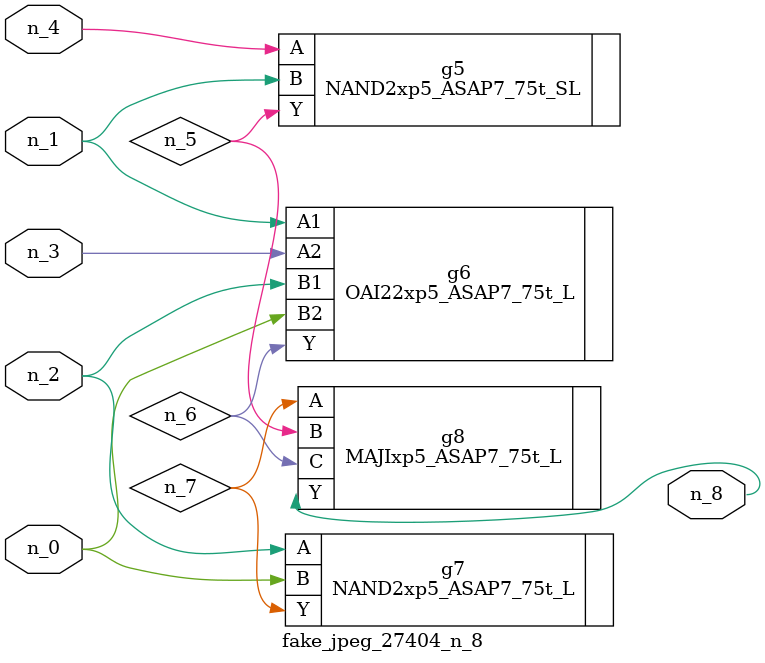
<source format=v>
module fake_jpeg_27404_n_8 (n_3, n_2, n_1, n_0, n_4, n_8);

input n_3;
input n_2;
input n_1;
input n_0;
input n_4;

output n_8;

wire n_6;
wire n_5;
wire n_7;

NAND2xp5_ASAP7_75t_SL g5 ( 
.A(n_4),
.B(n_1),
.Y(n_5)
);

OAI22xp5_ASAP7_75t_L g6 ( 
.A1(n_1),
.A2(n_3),
.B1(n_2),
.B2(n_0),
.Y(n_6)
);

NAND2xp5_ASAP7_75t_L g7 ( 
.A(n_2),
.B(n_0),
.Y(n_7)
);

MAJIxp5_ASAP7_75t_L g8 ( 
.A(n_7),
.B(n_5),
.C(n_6),
.Y(n_8)
);


endmodule
</source>
